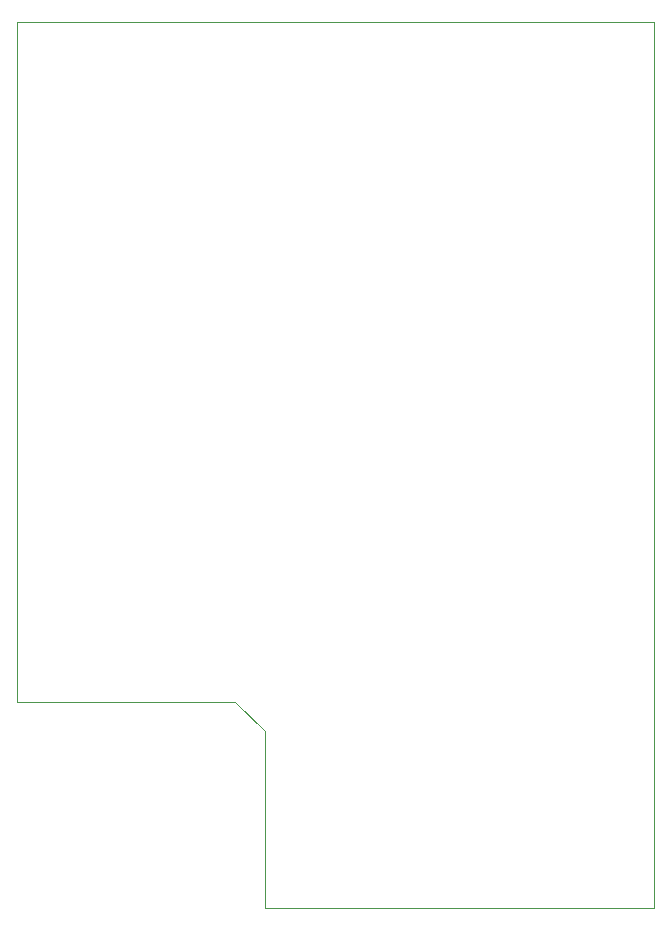
<source format=gbr>
%TF.GenerationSoftware,KiCad,Pcbnew,(5.99.0-8361-gd4c36230d2)*%
%TF.CreationDate,2021-01-14T14:19:16+01:00*%
%TF.ProjectId,mp3,6d70332e-6b69-4636-9164-5f7063625858,rev?*%
%TF.SameCoordinates,PXae85bc0PY7459280*%
%TF.FileFunction,Profile,NP*%
%FSLAX46Y46*%
G04 Gerber Fmt 4.6, Leading zero omitted, Abs format (unit mm)*
G04 Created by KiCad (PCBNEW (5.99.0-8361-gd4c36230d2)) date 2021-01-14 14:19:16*
%MOMM*%
%LPD*%
G01*
G04 APERTURE LIST*
%TA.AperFunction,Profile*%
%ADD10C,0.100000*%
%TD*%
G04 APERTURE END LIST*
D10*
X-54000000Y17500000D02*
X-54000000Y75000000D01*
X-33000000Y0D02*
X-33000000Y15000000D01*
X0Y0D02*
X-33000000Y0D01*
X-54000000Y75000000D02*
X0Y75000000D01*
X-33000000Y15000000D02*
X-35500000Y17500000D01*
X-35500000Y17500000D02*
X-54000000Y17500000D01*
X0Y75000000D02*
X0Y0D01*
M02*

</source>
